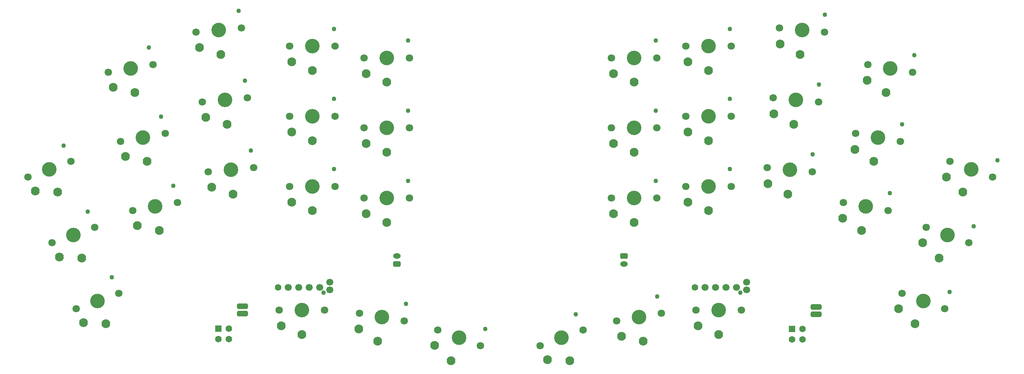
<source format=gbr>
%TF.GenerationSoftware,KiCad,Pcbnew,(6.0.5)*%
%TF.CreationDate,2022-05-11T11:26:58+00:00*%
%TF.ProjectId,ursus-arctos,75727375-732d-4617-9263-746f732e6b69,v1.0.0*%
%TF.SameCoordinates,Original*%
%TF.FileFunction,Soldermask,Bot*%
%TF.FilePolarity,Negative*%
%FSLAX46Y46*%
G04 Gerber Fmt 4.6, Leading zero omitted, Abs format (unit mm)*
G04 Created by KiCad (PCBNEW (6.0.5)) date 2022-05-11 11:26:58*
%MOMM*%
%LPD*%
G01*
G04 APERTURE LIST*
G04 Aperture macros list*
%AMRoundRect*
0 Rectangle with rounded corners*
0 $1 Rounding radius*
0 $2 $3 $4 $5 $6 $7 $8 $9 X,Y pos of 4 corners*
0 Add a 4 corners polygon primitive as box body*
4,1,4,$2,$3,$4,$5,$6,$7,$8,$9,$2,$3,0*
0 Add four circle primitives for the rounded corners*
1,1,$1+$1,$2,$3*
1,1,$1+$1,$4,$5*
1,1,$1+$1,$6,$7*
1,1,$1+$1,$8,$9*
0 Add four rect primitives between the rounded corners*
20,1,$1+$1,$2,$3,$4,$5,0*
20,1,$1+$1,$4,$5,$6,$7,0*
20,1,$1+$1,$6,$7,$8,$9,0*
20,1,$1+$1,$8,$9,$2,$3,0*%
G04 Aperture macros list end*
%ADD10RoundRect,0.050000X-0.750000X0.750000X-0.750000X-0.750000X0.750000X-0.750000X0.750000X0.750000X0*%
%ADD11C,1.600000*%
%ADD12RoundRect,0.367500X-0.952500X0.317500X-0.952500X-0.317500X0.952500X-0.317500X0.952500X0.317500X0*%
%ADD13C,3.529000*%
%ADD14C,2.132000*%
%ADD15C,1.801800*%
%ADD16C,1.090600*%
%ADD17C,1.700000*%
%ADD18RoundRect,0.300000X0.625000X-0.350000X0.625000X0.350000X-0.625000X0.350000X-0.625000X-0.350000X0*%
%ADD19O,1.850000X1.300000*%
%ADD20RoundRect,0.300000X-0.625000X0.350000X-0.625000X-0.350000X0.625000X-0.350000X0.625000X0.350000X0*%
G04 APERTURE END LIST*
D10*
%TO.C,U1*%
X-140270000Y-5629617D03*
D11*
X-137730000Y-5629617D03*
X-140270000Y-8169617D03*
X-137730000Y-8169617D03*
D12*
X-134428000Y-2022250D03*
X-134428000Y-244250D03*
%TD*%
%TO.C,U2*%
X4572000Y-381000D03*
X4572000Y-2159000D03*
D11*
X1270000Y-8306367D03*
X-1270000Y-8306367D03*
X1270000Y-5766367D03*
D10*
X-1270000Y-5766367D03*
%TD*%
D13*
%TO.C,S24*%
X22523977Y57428584D03*
D14*
X16940075Y54554555D03*
D15*
X27940420Y56473519D03*
X17107534Y58383649D03*
D16*
X28393996Y60658333D03*
D14*
X21499453Y51618218D03*
%TD*%
D15*
%TO.C,S17*%
X-106077164Y-1903569D03*
D13*
X-100660721Y-2858634D03*
D14*
X-106244623Y-5732663D03*
D16*
X-94790702Y371115D03*
D15*
X-95244278Y-3813699D03*
D14*
X-101685245Y-8669000D03*
%TD*%
D16*
%TO.C,S34*%
X-13780000Y3033334D03*
D17*
X-12300000Y5583334D03*
D11*
X-24800000Y4358334D03*
D17*
X-12300000Y3733334D03*
D14*
X-24000000Y-4966666D03*
D15*
X-13500000Y-1166666D03*
D13*
X-19000000Y-1166666D03*
D15*
X-24500000Y-1166666D03*
D17*
X-14690000Y4358334D03*
X-17230000Y4358334D03*
X-19770000Y4358334D03*
X-22310000Y4358334D03*
D14*
X-19000000Y-7066666D03*
%TD*%
D13*
%TO.C,S27*%
X1171091Y66732994D03*
D15*
X-4307980Y67212351D03*
D14*
X-4141074Y63383233D03*
D16*
X6737281Y70462059D03*
D15*
X6650162Y66253637D03*
D14*
X656872Y60855445D03*
%TD*%
%TO.C,S11*%
X-122500000Y42033334D03*
D15*
X-123000000Y45833334D03*
D13*
X-117500000Y45833334D03*
D16*
X-112280000Y50033334D03*
D15*
X-112000000Y45833334D03*
D14*
X-117500000Y39933334D03*
%TD*%
D15*
%TO.C,S18*%
X-76740747Y-9764239D03*
D16*
X-75567376Y-5721764D03*
D14*
X-87907196Y-9743859D03*
D15*
X-87077365Y-6002017D03*
D13*
X-81909056Y-7883128D03*
D14*
X-83926975Y-13427314D03*
%TD*%
D17*
%TO.C,S16*%
X-113300000Y5583334D03*
D16*
X-114780000Y3033334D03*
D13*
X-120000000Y-1166666D03*
D11*
X-125800000Y4358334D03*
D14*
X-125000000Y-4966666D03*
D15*
X-125500000Y-1166666D03*
X-114500000Y-1166666D03*
D17*
X-113300000Y3733334D03*
X-115690000Y4358334D03*
X-118230000Y4358334D03*
X-120770000Y4358334D03*
X-123310000Y4358334D03*
D14*
X-120000000Y-7066666D03*
%TD*%
%TO.C,S10*%
X-122500000Y25033334D03*
D13*
X-117500000Y28833334D03*
D15*
X-123000000Y28833334D03*
D16*
X-112280000Y33033334D03*
D15*
X-112000000Y28833334D03*
D14*
X-117500000Y22933334D03*
%TD*%
D16*
%TO.C,S23*%
X25441977Y43916602D03*
D15*
X14155515Y41641918D03*
D14*
X13988056Y37812824D03*
D13*
X19571958Y40686853D03*
D15*
X24988401Y39731788D03*
D14*
X18547434Y34876487D03*
%TD*%
%TO.C,S1*%
X-172981174Y-4233906D03*
D13*
X-169582387Y1047027D03*
D15*
X-174750696Y-834084D03*
D16*
X-166113676Y6779081D03*
D15*
X-164414078Y2928138D03*
D14*
X-167564468Y-4497159D03*
%TD*%
%TO.C,S12*%
X-122500000Y59033334D03*
D15*
X-123000000Y62833334D03*
X-112000000Y62833334D03*
D16*
X-112280000Y67033334D03*
D13*
X-117500000Y62833334D03*
D14*
X-117500000Y56933334D03*
%TD*%
%TO.C,S32*%
X-44500000Y39200000D03*
D16*
X-34280000Y47200000D03*
D15*
X-45000000Y43000000D03*
D13*
X-39500000Y43000000D03*
D15*
X-34000000Y43000000D03*
D14*
X-39500000Y37100000D03*
%TD*%
D15*
%TO.C,S7*%
X-131728725Y33341732D03*
X-142686867Y32383018D03*
D16*
X-132373714Y37501346D03*
D13*
X-137207796Y32862375D03*
D14*
X-141857578Y28641056D03*
X-136693577Y26984826D03*
%TD*%
%TO.C,S2*%
X-178795517Y11740868D03*
D15*
X-170228421Y18902912D03*
D13*
X-175396730Y17021801D03*
D16*
X-171928019Y22753855D03*
D15*
X-180565039Y15140690D03*
D14*
X-173378811Y11477615D03*
%TD*%
%TO.C,S35*%
X-42603455Y-7469144D03*
D16*
X-33927905Y2184002D03*
D15*
X-43755722Y-3813699D03*
D13*
X-38339279Y-2858634D03*
D15*
X-32922836Y-1903569D03*
D14*
X-37314755Y-8669000D03*
%TD*%
D18*
%TO.C,J1*%
X-97000000Y10000000D03*
D19*
X-97000000Y12000000D03*
%TD*%
D14*
%TO.C,S31*%
X-44500000Y22200000D03*
D16*
X-34280000Y30200000D03*
D15*
X-45000000Y26000000D03*
X-34000000Y26000000D03*
D13*
X-39500000Y26000000D03*
D14*
X-39500000Y20100000D03*
%TD*%
D15*
%TO.C,S5*%
X-153155515Y41641918D03*
D16*
X-154160584Y45729489D03*
D13*
X-158571958Y40686853D03*
D14*
X-162836134Y36076343D03*
D15*
X-163988401Y39731788D03*
D14*
X-157547434Y34876487D03*
%TD*%
D13*
%TO.C,S19*%
X30582387Y1047027D03*
D16*
X36924067Y3208391D03*
D15*
X35750696Y-834084D03*
D14*
X24584247Y-813704D03*
D15*
X25414078Y2928138D03*
D14*
X28564468Y-4497159D03*
%TD*%
D16*
%TO.C,S3*%
X-177742361Y38728630D03*
D15*
X-186379381Y31115465D03*
D14*
X-184609859Y27715643D03*
D13*
X-181211072Y32996576D03*
D15*
X-176042763Y34877687D03*
D14*
X-179193153Y27452390D03*
%TD*%
%TO.C,S26*%
X-5622722Y46447923D03*
D15*
X5168514Y49318327D03*
X-5789628Y50277041D03*
D16*
X5255633Y53526749D03*
D13*
X-310557Y49797684D03*
D14*
X-824776Y43920135D03*
%TD*%
D16*
%TO.C,S15*%
X-94280000Y64200000D03*
D14*
X-104500000Y56200000D03*
D15*
X-105000000Y60000000D03*
D13*
X-99500000Y60000000D03*
D15*
X-94000000Y60000000D03*
D14*
X-99500000Y54100000D03*
%TD*%
D20*
%TO.C,J2*%
X-42000000Y12000000D03*
D19*
X-42000000Y10000000D03*
%TD*%
D13*
%TO.C,S9*%
X-140171091Y66732994D03*
D14*
X-144820873Y62511675D03*
D15*
X-134692020Y67212351D03*
X-145650162Y66253637D03*
D16*
X-135337009Y71371965D03*
D14*
X-139656872Y60855445D03*
%TD*%
D15*
%TO.C,S14*%
X-94000000Y43000000D03*
X-105000000Y43000000D03*
D13*
X-99500000Y43000000D03*
D16*
X-94280000Y47200000D03*
D14*
X-104500000Y39200000D03*
X-99500000Y37100000D03*
%TD*%
D15*
%TO.C,S25*%
X3686867Y32383018D03*
D16*
X3773986Y36591440D03*
D14*
X-7104369Y29512614D03*
D15*
X-7271275Y33341732D03*
D13*
X-1792204Y32862375D03*
D14*
X-2306423Y26984826D03*
%TD*%
%TO.C,S21*%
X36212932Y31135845D03*
D15*
X37042763Y34877687D03*
X47379381Y31115465D03*
D13*
X42211072Y32996576D03*
D16*
X48552752Y35157940D03*
D14*
X40193153Y27452390D03*
%TD*%
D15*
%TO.C,S6*%
X-156107534Y58383649D03*
D13*
X-161523977Y57428584D03*
D14*
X-165788153Y52818074D03*
D16*
X-157112603Y62471220D03*
D15*
X-166940420Y56473519D03*
D14*
X-160499453Y51618218D03*
%TD*%
D15*
%TO.C,S22*%
X11203496Y24900186D03*
D13*
X16619939Y23945121D03*
D14*
X11036037Y21071092D03*
D16*
X22489958Y27174870D03*
D15*
X22036382Y22990056D03*
D14*
X15595415Y18134755D03*
%TD*%
D15*
%TO.C,S20*%
X31228421Y18902912D03*
D14*
X30398590Y15161070D03*
D13*
X36396730Y17021801D03*
D16*
X42738410Y19183165D03*
D15*
X41565039Y15140690D03*
D14*
X34378811Y11477615D03*
%TD*%
D15*
%TO.C,S28*%
X-16000000Y28833334D03*
D14*
X-26500000Y25033334D03*
D13*
X-21500000Y28833334D03*
D16*
X-16280000Y33033334D03*
D15*
X-27000000Y28833334D03*
D14*
X-21500000Y22933334D03*
%TD*%
D15*
%TO.C,S4*%
X-150203496Y24900186D03*
D13*
X-155619939Y23945121D03*
D14*
X-159884115Y19334611D03*
D15*
X-161036382Y22990056D03*
D16*
X-151208565Y28987757D03*
D14*
X-154595415Y18134755D03*
%TD*%
%TO.C,S30*%
X-26500000Y59033334D03*
D16*
X-16280000Y67033334D03*
D15*
X-27000000Y62833334D03*
D13*
X-21500000Y62833334D03*
D15*
X-16000000Y62833334D03*
D14*
X-21500000Y56933334D03*
%TD*%
%TO.C,S13*%
X-104500000Y22200000D03*
D13*
X-99500000Y26000000D03*
D15*
X-105000000Y26000000D03*
D16*
X-94280000Y30200000D03*
D15*
X-94000000Y26000000D03*
D14*
X-99500000Y20100000D03*
%TD*%
D13*
%TO.C,S29*%
X-21500000Y45833334D03*
D16*
X-16280000Y50033334D03*
D14*
X-26500000Y42033334D03*
D15*
X-27000000Y45833334D03*
X-16000000Y45833334D03*
D14*
X-21500000Y39933334D03*
%TD*%
D15*
%TO.C,S8*%
X-144168514Y49318327D03*
X-133210372Y50277041D03*
D13*
X-138689443Y49797684D03*
D16*
X-133855361Y54436655D03*
D14*
X-143339225Y45576365D03*
X-138175224Y43920135D03*
%TD*%
D15*
%TO.C,S33*%
X-34000000Y60000000D03*
D16*
X-34280000Y64200000D03*
D13*
X-39500000Y60000000D03*
D15*
X-45000000Y60000000D03*
D14*
X-44500000Y56200000D03*
X-39500000Y54100000D03*
%TD*%
%TO.C,S36*%
X-60489731Y-13164061D03*
D15*
X-51922635Y-6002017D03*
D16*
X-53622233Y-2151074D03*
D15*
X-62259253Y-9764239D03*
D13*
X-57090944Y-7883128D03*
D14*
X-55073025Y-13427314D03*
%TD*%
M02*

</source>
